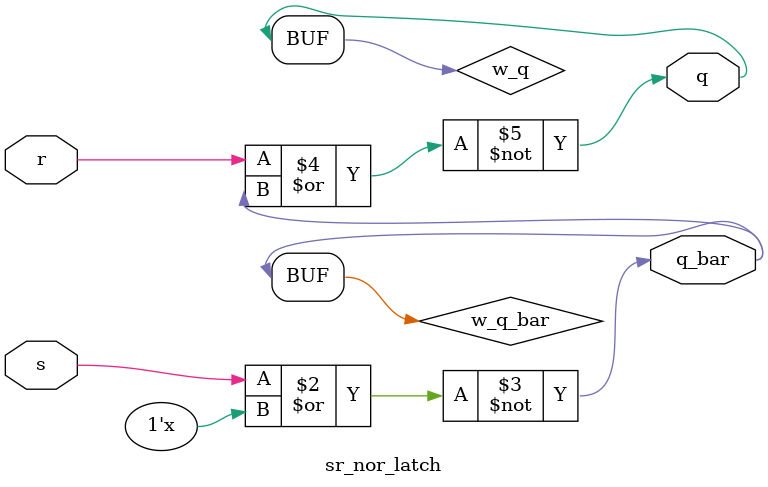
<source format=v>
module sr_nor_latch(s, r, q, q_bar);

input s;
input r;

output q;
output q_bar;

reg w_q;
reg w_q_bar;

always @(*) begin
    w_q_bar = ~(s | w_q);
    w_q = ~(r | w_q_bar);
end

assign q = w_q;
assign q_bar = w_q_bar;

endmodule
</source>
